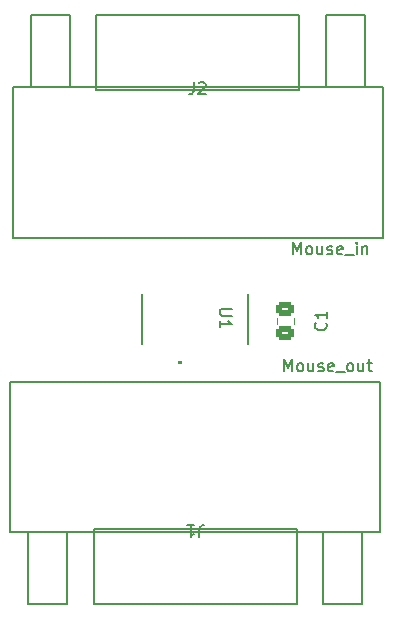
<source format=gto>
%TF.GenerationSoftware,KiCad,Pcbnew,7.0.1-0*%
%TF.CreationDate,2023-04-20T22:45:14-04:00*%
%TF.ProjectId,Mousy,4d6f7573-792e-46b6-9963-61645f706362,rev?*%
%TF.SameCoordinates,Original*%
%TF.FileFunction,Legend,Top*%
%TF.FilePolarity,Positive*%
%FSLAX46Y46*%
G04 Gerber Fmt 4.6, Leading zero omitted, Abs format (unit mm)*
G04 Created by KiCad (PCBNEW 7.0.1-0) date 2023-04-20 22:45:14*
%MOMM*%
%LPD*%
G01*
G04 APERTURE LIST*
G04 Aperture macros list*
%AMRoundRect*
0 Rectangle with rounded corners*
0 $1 Rounding radius*
0 $2 $3 $4 $5 $6 $7 $8 $9 X,Y pos of 4 corners*
0 Add a 4 corners polygon primitive as box body*
4,1,4,$2,$3,$4,$5,$6,$7,$8,$9,$2,$3,0*
0 Add four circle primitives for the rounded corners*
1,1,$1+$1,$2,$3*
1,1,$1+$1,$4,$5*
1,1,$1+$1,$6,$7*
1,1,$1+$1,$8,$9*
0 Add four rect primitives between the rounded corners*
20,1,$1+$1,$2,$3,$4,$5,0*
20,1,$1+$1,$4,$5,$6,$7,0*
20,1,$1+$1,$6,$7,$8,$9,0*
20,1,$1+$1,$8,$9,$2,$3,0*%
G04 Aperture macros list end*
%ADD10C,0.150000*%
%ADD11C,0.152400*%
%ADD12C,0.120000*%
%ADD13R,0.508000X1.676400*%
%ADD14C,1.498600*%
%ADD15C,4.048000*%
%ADD16RoundRect,0.250000X0.475000X-0.337500X0.475000X0.337500X-0.475000X0.337500X-0.475000X-0.337500X0*%
G04 APERTURE END LIST*
D10*
%TO.C,U1*%
X196117380Y-72644095D02*
X195307857Y-72644095D01*
X195307857Y-72644095D02*
X195212619Y-72691714D01*
X195212619Y-72691714D02*
X195165000Y-72739333D01*
X195165000Y-72739333D02*
X195117380Y-72834571D01*
X195117380Y-72834571D02*
X195117380Y-73025047D01*
X195117380Y-73025047D02*
X195165000Y-73120285D01*
X195165000Y-73120285D02*
X195212619Y-73167904D01*
X195212619Y-73167904D02*
X195307857Y-73215523D01*
X195307857Y-73215523D02*
X196117380Y-73215523D01*
X195117380Y-74215523D02*
X195117380Y-73644095D01*
X195117380Y-73929809D02*
X196117380Y-73929809D01*
X196117380Y-73929809D02*
X195974523Y-73834571D01*
X195974523Y-73834571D02*
X195879285Y-73739333D01*
X195879285Y-73739333D02*
X195831666Y-73644095D01*
%TO.C,J2*%
X192911666Y-53462621D02*
X192911666Y-54176906D01*
X192911666Y-54176906D02*
X192864047Y-54319763D01*
X192864047Y-54319763D02*
X192768809Y-54415002D01*
X192768809Y-54415002D02*
X192625952Y-54462621D01*
X192625952Y-54462621D02*
X192530714Y-54462621D01*
X193340238Y-53557859D02*
X193387857Y-53510240D01*
X193387857Y-53510240D02*
X193483095Y-53462621D01*
X193483095Y-53462621D02*
X193721190Y-53462621D01*
X193721190Y-53462621D02*
X193816428Y-53510240D01*
X193816428Y-53510240D02*
X193864047Y-53557859D01*
X193864047Y-53557859D02*
X193911666Y-53653097D01*
X193911666Y-53653097D02*
X193911666Y-53748335D01*
X193911666Y-53748335D02*
X193864047Y-53891192D01*
X193864047Y-53891192D02*
X193292619Y-54462621D01*
X193292619Y-54462621D02*
X193911666Y-54462621D01*
X201327143Y-68026619D02*
X201327143Y-67026619D01*
X201327143Y-67026619D02*
X201660476Y-67740904D01*
X201660476Y-67740904D02*
X201993809Y-67026619D01*
X201993809Y-67026619D02*
X201993809Y-68026619D01*
X202612857Y-68026619D02*
X202517619Y-67979000D01*
X202517619Y-67979000D02*
X202470000Y-67931380D01*
X202470000Y-67931380D02*
X202422381Y-67836142D01*
X202422381Y-67836142D02*
X202422381Y-67550428D01*
X202422381Y-67550428D02*
X202470000Y-67455190D01*
X202470000Y-67455190D02*
X202517619Y-67407571D01*
X202517619Y-67407571D02*
X202612857Y-67359952D01*
X202612857Y-67359952D02*
X202755714Y-67359952D01*
X202755714Y-67359952D02*
X202850952Y-67407571D01*
X202850952Y-67407571D02*
X202898571Y-67455190D01*
X202898571Y-67455190D02*
X202946190Y-67550428D01*
X202946190Y-67550428D02*
X202946190Y-67836142D01*
X202946190Y-67836142D02*
X202898571Y-67931380D01*
X202898571Y-67931380D02*
X202850952Y-67979000D01*
X202850952Y-67979000D02*
X202755714Y-68026619D01*
X202755714Y-68026619D02*
X202612857Y-68026619D01*
X203803333Y-67359952D02*
X203803333Y-68026619D01*
X203374762Y-67359952D02*
X203374762Y-67883761D01*
X203374762Y-67883761D02*
X203422381Y-67979000D01*
X203422381Y-67979000D02*
X203517619Y-68026619D01*
X203517619Y-68026619D02*
X203660476Y-68026619D01*
X203660476Y-68026619D02*
X203755714Y-67979000D01*
X203755714Y-67979000D02*
X203803333Y-67931380D01*
X204231905Y-67979000D02*
X204327143Y-68026619D01*
X204327143Y-68026619D02*
X204517619Y-68026619D01*
X204517619Y-68026619D02*
X204612857Y-67979000D01*
X204612857Y-67979000D02*
X204660476Y-67883761D01*
X204660476Y-67883761D02*
X204660476Y-67836142D01*
X204660476Y-67836142D02*
X204612857Y-67740904D01*
X204612857Y-67740904D02*
X204517619Y-67693285D01*
X204517619Y-67693285D02*
X204374762Y-67693285D01*
X204374762Y-67693285D02*
X204279524Y-67645666D01*
X204279524Y-67645666D02*
X204231905Y-67550428D01*
X204231905Y-67550428D02*
X204231905Y-67502809D01*
X204231905Y-67502809D02*
X204279524Y-67407571D01*
X204279524Y-67407571D02*
X204374762Y-67359952D01*
X204374762Y-67359952D02*
X204517619Y-67359952D01*
X204517619Y-67359952D02*
X204612857Y-67407571D01*
X205470000Y-67979000D02*
X205374762Y-68026619D01*
X205374762Y-68026619D02*
X205184286Y-68026619D01*
X205184286Y-68026619D02*
X205089048Y-67979000D01*
X205089048Y-67979000D02*
X205041429Y-67883761D01*
X205041429Y-67883761D02*
X205041429Y-67502809D01*
X205041429Y-67502809D02*
X205089048Y-67407571D01*
X205089048Y-67407571D02*
X205184286Y-67359952D01*
X205184286Y-67359952D02*
X205374762Y-67359952D01*
X205374762Y-67359952D02*
X205470000Y-67407571D01*
X205470000Y-67407571D02*
X205517619Y-67502809D01*
X205517619Y-67502809D02*
X205517619Y-67598047D01*
X205517619Y-67598047D02*
X205041429Y-67693285D01*
X205708096Y-68121857D02*
X206470000Y-68121857D01*
X206708096Y-68026619D02*
X206708096Y-67359952D01*
X206708096Y-67026619D02*
X206660477Y-67074238D01*
X206660477Y-67074238D02*
X206708096Y-67121857D01*
X206708096Y-67121857D02*
X206755715Y-67074238D01*
X206755715Y-67074238D02*
X206708096Y-67026619D01*
X206708096Y-67026619D02*
X206708096Y-67121857D01*
X207184286Y-67359952D02*
X207184286Y-68026619D01*
X207184286Y-67455190D02*
X207231905Y-67407571D01*
X207231905Y-67407571D02*
X207327143Y-67359952D01*
X207327143Y-67359952D02*
X207470000Y-67359952D01*
X207470000Y-67359952D02*
X207565238Y-67407571D01*
X207565238Y-67407571D02*
X207612857Y-67502809D01*
X207612857Y-67502809D02*
X207612857Y-68026619D01*
%TO.C,C1*%
X204075380Y-73826666D02*
X204123000Y-73874285D01*
X204123000Y-73874285D02*
X204170619Y-74017142D01*
X204170619Y-74017142D02*
X204170619Y-74112380D01*
X204170619Y-74112380D02*
X204123000Y-74255237D01*
X204123000Y-74255237D02*
X204027761Y-74350475D01*
X204027761Y-74350475D02*
X203932523Y-74398094D01*
X203932523Y-74398094D02*
X203742047Y-74445713D01*
X203742047Y-74445713D02*
X203599190Y-74445713D01*
X203599190Y-74445713D02*
X203408714Y-74398094D01*
X203408714Y-74398094D02*
X203313476Y-74350475D01*
X203313476Y-74350475D02*
X203218238Y-74255237D01*
X203218238Y-74255237D02*
X203170619Y-74112380D01*
X203170619Y-74112380D02*
X203170619Y-74017142D01*
X203170619Y-74017142D02*
X203218238Y-73874285D01*
X203218238Y-73874285D02*
X203265857Y-73826666D01*
X204170619Y-72874285D02*
X204170619Y-73445713D01*
X204170619Y-73159999D02*
X203170619Y-73159999D01*
X203170619Y-73159999D02*
X203313476Y-73255237D01*
X203313476Y-73255237D02*
X203408714Y-73350475D01*
X203408714Y-73350475D02*
X203456333Y-73445713D01*
%TO.C,J1*%
X193373333Y-91977380D02*
X193373333Y-91263095D01*
X193373333Y-91263095D02*
X193420952Y-91120238D01*
X193420952Y-91120238D02*
X193516190Y-91025000D01*
X193516190Y-91025000D02*
X193659047Y-90977380D01*
X193659047Y-90977380D02*
X193754285Y-90977380D01*
X192373333Y-90977380D02*
X192944761Y-90977380D01*
X192659047Y-90977380D02*
X192659047Y-91977380D01*
X192659047Y-91977380D02*
X192754285Y-91834523D01*
X192754285Y-91834523D02*
X192849523Y-91739285D01*
X192849523Y-91739285D02*
X192944761Y-91691666D01*
X200573142Y-77932619D02*
X200573142Y-76932619D01*
X200573142Y-76932619D02*
X200906475Y-77646904D01*
X200906475Y-77646904D02*
X201239808Y-76932619D01*
X201239808Y-76932619D02*
X201239808Y-77932619D01*
X201858856Y-77932619D02*
X201763618Y-77885000D01*
X201763618Y-77885000D02*
X201715999Y-77837380D01*
X201715999Y-77837380D02*
X201668380Y-77742142D01*
X201668380Y-77742142D02*
X201668380Y-77456428D01*
X201668380Y-77456428D02*
X201715999Y-77361190D01*
X201715999Y-77361190D02*
X201763618Y-77313571D01*
X201763618Y-77313571D02*
X201858856Y-77265952D01*
X201858856Y-77265952D02*
X202001713Y-77265952D01*
X202001713Y-77265952D02*
X202096951Y-77313571D01*
X202096951Y-77313571D02*
X202144570Y-77361190D01*
X202144570Y-77361190D02*
X202192189Y-77456428D01*
X202192189Y-77456428D02*
X202192189Y-77742142D01*
X202192189Y-77742142D02*
X202144570Y-77837380D01*
X202144570Y-77837380D02*
X202096951Y-77885000D01*
X202096951Y-77885000D02*
X202001713Y-77932619D01*
X202001713Y-77932619D02*
X201858856Y-77932619D01*
X203049332Y-77265952D02*
X203049332Y-77932619D01*
X202620761Y-77265952D02*
X202620761Y-77789761D01*
X202620761Y-77789761D02*
X202668380Y-77885000D01*
X202668380Y-77885000D02*
X202763618Y-77932619D01*
X202763618Y-77932619D02*
X202906475Y-77932619D01*
X202906475Y-77932619D02*
X203001713Y-77885000D01*
X203001713Y-77885000D02*
X203049332Y-77837380D01*
X203477904Y-77885000D02*
X203573142Y-77932619D01*
X203573142Y-77932619D02*
X203763618Y-77932619D01*
X203763618Y-77932619D02*
X203858856Y-77885000D01*
X203858856Y-77885000D02*
X203906475Y-77789761D01*
X203906475Y-77789761D02*
X203906475Y-77742142D01*
X203906475Y-77742142D02*
X203858856Y-77646904D01*
X203858856Y-77646904D02*
X203763618Y-77599285D01*
X203763618Y-77599285D02*
X203620761Y-77599285D01*
X203620761Y-77599285D02*
X203525523Y-77551666D01*
X203525523Y-77551666D02*
X203477904Y-77456428D01*
X203477904Y-77456428D02*
X203477904Y-77408809D01*
X203477904Y-77408809D02*
X203525523Y-77313571D01*
X203525523Y-77313571D02*
X203620761Y-77265952D01*
X203620761Y-77265952D02*
X203763618Y-77265952D01*
X203763618Y-77265952D02*
X203858856Y-77313571D01*
X204715999Y-77885000D02*
X204620761Y-77932619D01*
X204620761Y-77932619D02*
X204430285Y-77932619D01*
X204430285Y-77932619D02*
X204335047Y-77885000D01*
X204335047Y-77885000D02*
X204287428Y-77789761D01*
X204287428Y-77789761D02*
X204287428Y-77408809D01*
X204287428Y-77408809D02*
X204335047Y-77313571D01*
X204335047Y-77313571D02*
X204430285Y-77265952D01*
X204430285Y-77265952D02*
X204620761Y-77265952D01*
X204620761Y-77265952D02*
X204715999Y-77313571D01*
X204715999Y-77313571D02*
X204763618Y-77408809D01*
X204763618Y-77408809D02*
X204763618Y-77504047D01*
X204763618Y-77504047D02*
X204287428Y-77599285D01*
X204954095Y-78027857D02*
X205715999Y-78027857D01*
X206096952Y-77932619D02*
X206001714Y-77885000D01*
X206001714Y-77885000D02*
X205954095Y-77837380D01*
X205954095Y-77837380D02*
X205906476Y-77742142D01*
X205906476Y-77742142D02*
X205906476Y-77456428D01*
X205906476Y-77456428D02*
X205954095Y-77361190D01*
X205954095Y-77361190D02*
X206001714Y-77313571D01*
X206001714Y-77313571D02*
X206096952Y-77265952D01*
X206096952Y-77265952D02*
X206239809Y-77265952D01*
X206239809Y-77265952D02*
X206335047Y-77313571D01*
X206335047Y-77313571D02*
X206382666Y-77361190D01*
X206382666Y-77361190D02*
X206430285Y-77456428D01*
X206430285Y-77456428D02*
X206430285Y-77742142D01*
X206430285Y-77742142D02*
X206382666Y-77837380D01*
X206382666Y-77837380D02*
X206335047Y-77885000D01*
X206335047Y-77885000D02*
X206239809Y-77932619D01*
X206239809Y-77932619D02*
X206096952Y-77932619D01*
X207287428Y-77265952D02*
X207287428Y-77932619D01*
X206858857Y-77265952D02*
X206858857Y-77789761D01*
X206858857Y-77789761D02*
X206906476Y-77885000D01*
X206906476Y-77885000D02*
X207001714Y-77932619D01*
X207001714Y-77932619D02*
X207144571Y-77932619D01*
X207144571Y-77932619D02*
X207239809Y-77885000D01*
X207239809Y-77885000D02*
X207287428Y-77837380D01*
X207620762Y-77265952D02*
X208001714Y-77265952D01*
X207763619Y-76932619D02*
X207763619Y-77789761D01*
X207763619Y-77789761D02*
X207811238Y-77885000D01*
X207811238Y-77885000D02*
X207906476Y-77932619D01*
X207906476Y-77932619D02*
X208001714Y-77932619D01*
D11*
%TO.C,U1*%
X188544200Y-71412100D02*
X188544200Y-75653900D01*
X197535800Y-75653900D02*
X197535800Y-71412100D01*
G36*
X191960500Y-77292200D02*
G01*
X191579500Y-77292200D01*
X191579500Y-77038200D01*
X191960500Y-77038200D01*
X191960500Y-77292200D01*
G37*
%TO.C,J2*%
X177585900Y-53873002D02*
X177585900Y-66623802D01*
X177585900Y-66623802D02*
X208904100Y-66623802D01*
X179099000Y-47777002D02*
X182401000Y-47777002D01*
X179099000Y-53873002D02*
X179099000Y-47777002D01*
X182401000Y-47777002D02*
X182401000Y-53873002D01*
X184659800Y-47777002D02*
X184659800Y-54127002D01*
X184659800Y-54127002D02*
X201830200Y-54127002D01*
X201830200Y-47777002D02*
X184659800Y-47777002D01*
X201830200Y-54127002D02*
X201830200Y-47777002D01*
X204089000Y-47777002D02*
X207391000Y-47777002D01*
X204089000Y-53873002D02*
X204089000Y-47777002D01*
X207391000Y-47777002D02*
X207391000Y-53873002D01*
X208904100Y-53873002D02*
X177585900Y-53873002D01*
X208904100Y-66623802D02*
X208904100Y-53873002D01*
D12*
%TO.C,C1*%
X199925000Y-73921252D02*
X199925000Y-73398748D01*
X201395000Y-73921252D02*
X201395000Y-73398748D01*
D11*
%TO.C,J1*%
X208699100Y-91567000D02*
X208699100Y-78816200D01*
X208699100Y-78816200D02*
X177380900Y-78816200D01*
X207186000Y-97663000D02*
X203884000Y-97663000D01*
X207186000Y-91567000D02*
X207186000Y-97663000D01*
X203884000Y-97663000D02*
X203884000Y-91567000D01*
X201625200Y-97663000D02*
X201625200Y-91313000D01*
X201625200Y-91313000D02*
X184454800Y-91313000D01*
X184454800Y-97663000D02*
X201625200Y-97663000D01*
X184454800Y-91313000D02*
X184454800Y-97663000D01*
X182196000Y-97663000D02*
X178894000Y-97663000D01*
X182196000Y-91567000D02*
X182196000Y-97663000D01*
X178894000Y-97663000D02*
X178894000Y-91567000D01*
X177380900Y-91567000D02*
X208699100Y-91567000D01*
X177380900Y-78816200D02*
X177380900Y-91567000D01*
%TD*%
%LPC*%
D13*
%TO.C,U1*%
X196850000Y-71120000D03*
X195580000Y-71120000D03*
X194310000Y-71120000D03*
X193040000Y-71120000D03*
X191770000Y-71120000D03*
X190500000Y-71120000D03*
X189230000Y-71120000D03*
X189230000Y-75946000D03*
X190500000Y-75946000D03*
X191770000Y-75946000D03*
X193040000Y-75946000D03*
X194310000Y-75946000D03*
X195580000Y-75946000D03*
X196850000Y-75946000D03*
%TD*%
D14*
%TO.C,J2*%
X198784999Y-64920000D03*
X196015000Y-64920000D03*
X193245000Y-64920000D03*
X190475000Y-64920000D03*
X187705001Y-64920000D03*
X197400001Y-62080001D03*
X194630001Y-62080001D03*
X191860002Y-62080001D03*
X189090002Y-62080001D03*
D15*
X180750000Y-63500000D03*
X205740000Y-63500000D03*
%TD*%
D16*
%TO.C,C1*%
X200660000Y-74697500D03*
X200660000Y-72622500D03*
%TD*%
D14*
%TO.C,J1*%
X187500001Y-80520002D03*
X190270000Y-80520002D03*
X193040000Y-80520002D03*
X195810000Y-80520002D03*
X198579999Y-80520002D03*
X188884999Y-83360001D03*
X191654999Y-83360001D03*
X194424998Y-83360001D03*
X197194998Y-83360001D03*
D15*
X205535000Y-81940002D03*
X180545000Y-81940002D03*
%TD*%
M02*

</source>
